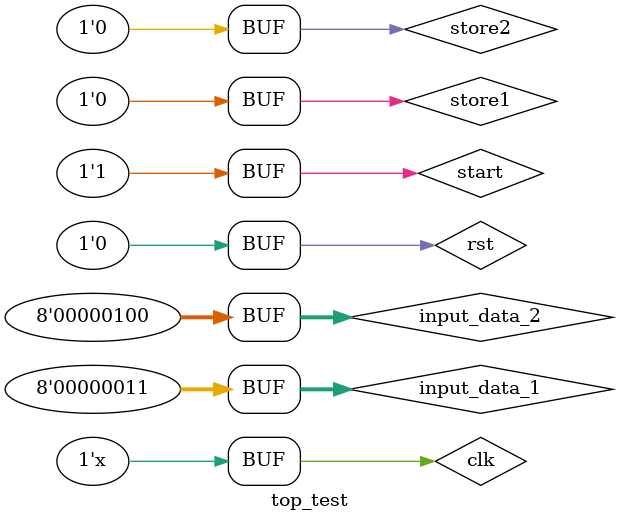
<source format=v>
`timescale 1ns / 1ps


module top_test;

	// Inputs
	reg clk;
	reg rst;
	reg start;
	reg store1;
	reg store2;
	reg [7:0] input_data_1, input_data_2;

	// Outputs
	wire hit_1;
	wire hit_2;
	wire [7:0] read_data_1;
	wire [7:0] read_data_2;

	// Instantiate the Unit Under Test (UUT)
	top uut (
		.clk(clk), 
		.rst(rst), 
		.start(start), 
		.store1(store1), 
		.store2(store2), 
		.hit_1(hit_1), 
		.hit_2(hit_2), 
		.read_data_1(read_data_1), 
		.read_data_2(read_data_2),
		.input_data_1(input_data_1),
		.input_data_2(input_data_2)
	);
always #1 clk=~clk;
	initial begin
		// Initialize Inputs
		clk = 0;
		rst = 1;
		start = 0;
		store1 = 0;
		store2 = 0;
		#10
		rst = 0;
		store1=1;
		store1=1;
		start=0;
		input_data_1=8'd1;	//Operation
		input_data_2=8'd0;
		#2
		input_data_1=8'd1;
		input_data_2=8'd0;
		/*#2
		input_data_1=8'd0;
		input_data_2=8'd0;
		#2
		input_data_1=8'd0;
		input_data_2=8'd1;
		#2
		input_data_1=8'd1;
		input_data_2=8'd1;
		#2
		input_data_1=8'd1;
		input_data_2=8'd0;
		#2
		input_data_1=8'd1;
		input_data_2=8'd0;
		#2
		input_data_1=8'd0;
		input_data_2=8'd1;
		#2
		input_data_1=8'd0;
		input_data_2=8'd0;
		#2
		input_data_1=8'd1;
		input_data_2=8'd1;*/
		#2
		input_data_1=8'd12;	//Read address
		input_data_2=8'd5;
		#2
		input_data_1=8'd1;	
		input_data_2=8'd15;
		/*#2
		input_data_1=8'd8;	
		input_data_2=8'd50;
		#2
		input_data_1=8'd13;	
		input_data_2=8'd65;
		#2
		input_data_1=8'd59;	
		input_data_2=8'd69;
		#2
		input_data_1=8'd3;	
		input_data_2=8'd48;
		#2
		input_data_1=8'd33;	
		input_data_2=8'd72;
		#2
		input_data_1=8'd49;	
		input_data_2=8'd254;
		#2
		input_data_1=8'd67;	
		input_data_2=8'd32;
		#2
		input_data_1=8'd10;	
		input_data_2=8'd66;*/
		#2
		input_data_1=8'd23;	//Write address	
		input_data_2=8'd55;
		#2
		input_data_1=8'd79;	
		input_data_2=8'd234;
		/*#2
		input_data_1=8'd131;	
		input_data_2=8'd64;
		#2
		input_data_1=8'd240;	
		input_data_2=8'd230;
		#2
		input_data_1=8'd101;	
		input_data_2=8'd28;
		#2
		input_data_1=8'd57;	
		input_data_2=8'd54;
		#2
		input_data_1=8'd99;	
		input_data_2=8'd78;
		#2
		input_data_1=8'd42;	
		input_data_2=8'd155;
		#2
		input_data_1=8'd43;	
		input_data_2=8'd225;
		#2
		input_data_1=8'd95;	
		input_data_2=8'd103;*/
		#2
		input_data_1=8'd1;	//Write data
		input_data_2=8'd2;
		#2
		input_data_1=8'd3;	
		input_data_2=8'd4;
		/*#2
		input_data_1=8'd5;	
		input_data_2=8'd6;
		#2
		input_data_1=8'd7;	
		input_data_2=8'd8;
		#2
		input_data_1=8'd9;	
		input_data_2=8'd10;
		#2
		input_data_1=8'd11;	
		input_data_2=8'd12;
		#2
		input_data_1=8'd13;	
		input_data_2=8'd14;
		#2
		input_data_1=8'd15;	
		input_data_2=8'd16;
		#2
		input_data_1=8'd17;	
		input_data_2=8'd18;
		#2
		input_data_1=8'd19;	
		input_data_2=8'd20;*/
		#2
		start=1;
		store1=0;
		store1=0;
		

		

		// Wait 100 ns for global reset to finish
		#100;
        
		// Add stimulus here

	end
      
endmodule


</source>
